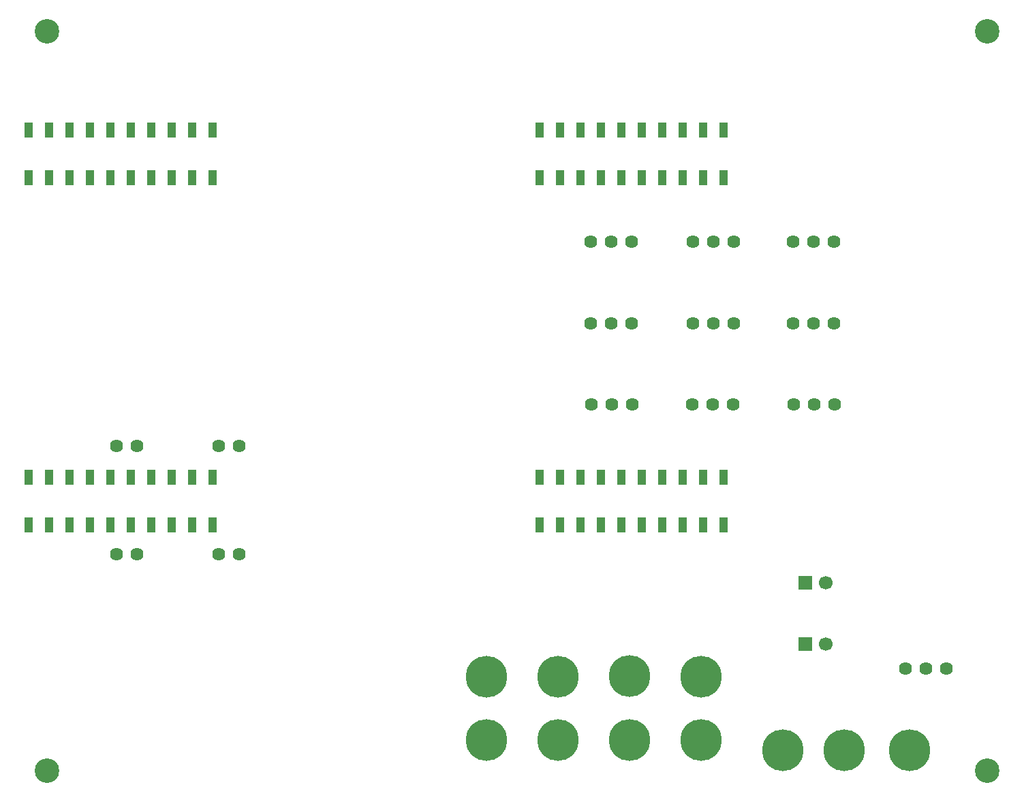
<source format=gbr>
%TF.GenerationSoftware,KiCad,Pcbnew,(5.1.6)-1*%
%TF.CreationDate,2020-11-24T13:28:35-06:00*%
%TF.ProjectId,Armboard,41726d62-6f61-4726-942e-6b696361645f,rev?*%
%TF.SameCoordinates,Original*%
%TF.FileFunction,Soldermask,Bot*%
%TF.FilePolarity,Negative*%
%FSLAX46Y46*%
G04 Gerber Fmt 4.6, Leading zero omitted, Abs format (unit mm)*
G04 Created by KiCad (PCBNEW (5.1.6)-1) date 2020-11-24 13:28:35*
%MOMM*%
%LPD*%
G01*
G04 APERTURE LIST*
%ADD10R,1.090600X1.878000*%
%ADD11C,3.046400*%
%ADD12C,1.700000*%
%ADD13R,1.700000X1.700000*%
%ADD14C,5.180000*%
%ADD15C,1.624000*%
G04 APERTURE END LIST*
D10*
%TO.C,U2*%
X99314000Y-54965600D03*
X96774000Y-54965600D03*
X94234000Y-54965600D03*
X91694000Y-54965600D03*
X89154000Y-54965600D03*
X86614000Y-54965600D03*
X84074000Y-54965600D03*
X81534000Y-54965600D03*
X78994000Y-54965600D03*
X76454000Y-54965600D03*
X99314000Y-60858400D03*
X96774000Y-60858400D03*
X94234000Y-60858400D03*
X91694000Y-60858400D03*
X89154000Y-60858400D03*
X86614000Y-60858400D03*
X84074000Y-60858400D03*
X81534000Y-60858400D03*
X78994000Y-60858400D03*
X76454000Y-60858400D03*
X99314000Y-104038400D03*
X96774000Y-104038400D03*
X94234000Y-104038400D03*
X91694000Y-104038400D03*
X89154000Y-104038400D03*
X86614000Y-104038400D03*
X84074000Y-104038400D03*
X81534000Y-104038400D03*
X78994000Y-104038400D03*
X76454000Y-104038400D03*
X99314000Y-98145600D03*
X96774000Y-98145600D03*
X94234000Y-98145600D03*
X91694000Y-98145600D03*
X89154000Y-98145600D03*
X86614000Y-98145600D03*
X84074000Y-98145600D03*
X81534000Y-98145600D03*
X78994000Y-98145600D03*
X76454000Y-98145600D03*
X145034000Y-54965600D03*
X142494000Y-54965600D03*
X139954000Y-54965600D03*
X162814000Y-60858400D03*
X160274000Y-60858400D03*
X157734000Y-60858400D03*
X155194000Y-60858400D03*
X152654000Y-60858400D03*
X150114000Y-60858400D03*
X147574000Y-60858400D03*
X145034000Y-60858400D03*
X142494000Y-60858400D03*
X139954000Y-60858400D03*
X162814000Y-104038400D03*
X157734000Y-104038400D03*
X152654000Y-104038400D03*
X150114000Y-104038400D03*
X147574000Y-104038400D03*
X145034000Y-104038400D03*
X142494000Y-104038400D03*
X162814000Y-98145600D03*
X157734000Y-98145600D03*
X147574000Y-98145600D03*
X145034000Y-98145600D03*
X142494000Y-98145600D03*
X139954000Y-98145600D03*
X152654000Y-98145600D03*
X155194000Y-98145600D03*
X160274000Y-104038400D03*
X147574000Y-54965600D03*
X150114000Y-54965600D03*
X160274000Y-98145600D03*
X155194000Y-104038400D03*
X157734000Y-54965600D03*
X155194000Y-54965600D03*
X150114000Y-98145600D03*
X152654000Y-54965600D03*
X160274000Y-54965600D03*
X162814000Y-54965600D03*
X139954000Y-104038400D03*
%TD*%
D11*
%TO.C,REF\u002A\u002A*%
X195580000Y-42672000D03*
%TD*%
%TO.C,REF\u002A\u002A*%
X78740000Y-42672000D03*
%TD*%
%TO.C,REF\u002A\u002A*%
X78740000Y-134620000D03*
%TD*%
%TO.C,REF\u002A\u002A*%
X195580000Y-134620000D03*
%TD*%
D12*
%TO.C,47uF2*%
X175474000Y-111252000D03*
D13*
X172974000Y-111252000D03*
%TD*%
D12*
%TO.C,47uF1*%
X175474000Y-118872000D03*
D13*
X172974000Y-118872000D03*
%TD*%
D14*
%TO.C,Conn1*%
X185928000Y-132080000D03*
X177800000Y-132080000D03*
X170180000Y-132080000D03*
%TD*%
D15*
%TO.C,U1*%
X185420000Y-121920000D03*
X187960000Y-121920000D03*
X190500000Y-121920000D03*
%TD*%
D14*
%TO.C,Conn4*%
X160020000Y-122910000D03*
X160020000Y-130810000D03*
%TD*%
%TO.C,Conn3*%
X151104000Y-122897000D03*
X151104000Y-130797000D03*
%TD*%
%TO.C,Conn2*%
X142240000Y-122910000D03*
X142240000Y-130810000D03*
%TD*%
D15*
%TO.C,Conn20*%
X151433000Y-89048000D03*
X148893000Y-89048000D03*
X146353000Y-89048000D03*
%TD*%
%TO.C,Conn19*%
X164013000Y-89048000D03*
X161473000Y-89048000D03*
X158933000Y-89048000D03*
%TD*%
%TO.C,Conn18*%
X176593000Y-89048000D03*
X174053000Y-89048000D03*
X171513000Y-89048000D03*
%TD*%
%TO.C,Conn17*%
X102616000Y-107696000D03*
X100076000Y-107696000D03*
%TD*%
%TO.C,Conn16*%
X102616000Y-94234000D03*
X100076000Y-94234000D03*
%TD*%
%TO.C,Conn15*%
X89916000Y-107696000D03*
X87376000Y-107696000D03*
%TD*%
%TO.C,Conn14*%
X89916000Y-94234000D03*
X87376000Y-94234000D03*
%TD*%
%TO.C,Conn13*%
X171450000Y-78994000D03*
X173990000Y-78994000D03*
X176530000Y-78994000D03*
%TD*%
%TO.C,Conn12*%
X176530000Y-68834000D03*
X173990000Y-68834000D03*
X171450000Y-68834000D03*
%TD*%
%TO.C,Conn11*%
X164084000Y-78994000D03*
X161544000Y-78994000D03*
X159004000Y-78994000D03*
%TD*%
%TO.C,Conn10*%
X164084000Y-68834000D03*
X161544000Y-68834000D03*
X159004000Y-68834000D03*
%TD*%
%TO.C,Conn9*%
X151384000Y-78994000D03*
X148844000Y-78994000D03*
X146304000Y-78994000D03*
%TD*%
%TO.C,Conn8*%
X151384000Y-68834000D03*
X148844000Y-68834000D03*
X146304000Y-68834000D03*
%TD*%
D14*
%TO.C,Conn6*%
X133350000Y-122910000D03*
X133350000Y-130810000D03*
%TD*%
M02*

</source>
